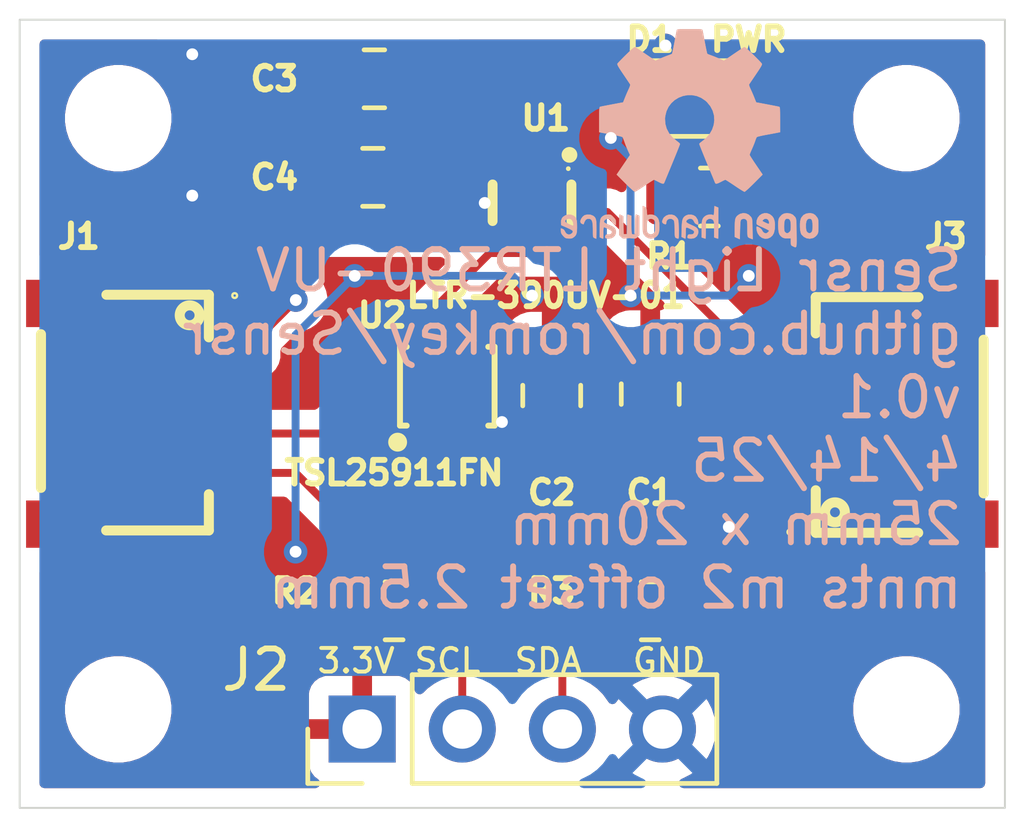
<source format=kicad_pcb>
(kicad_pcb (version 20241229) (generator "pcbnew") (generator_version "9.0")
  (layers (0 "F.Cu" signal) (2 "B.Cu" signal) (13 "F.Paste" user) (15 "B.Paste" user) (5 "F.SilkS" user "F.Silkscreen") (7 "B.SilkS" user "B.Silkscreen") (1 "F.Mask" user) (3 "B.Mask" user) (25 "Edge.Cuts" user))
  (net 0 "")
  (net 1 "GND")
  (net 3 "+3V3")
  (net 4 "/SDA")
  (net 5 "/SCL")
  (net 9 "Net-(D1-A)")
  (footprint "MountingHole:MountingHole_2.2mm_M2" (layer "F.Cu") (at 22.5 22.5)
    (property "Reference" "M2" (hide yes))
    (property "Value" "MountingHole_2.2mm_M2" (hide yes))
    (pad "" np_thru_hole circle (at 0 0) (size 2.2 2.2) (drill 2.2) (layers "*.Cu" "*.Mask"))
  )
  (footprint "MountingHole:MountingHole_2.2mm_M2" (layer "F.Cu") (at 42.5 22.5)
    (property "Reference" "M4" (hide yes))
    (property "Value" "MountingHole_2.2mm_M2" (hide yes))
    (pad "" np_thru_hole circle (at 0 0) (size 2.2 2.2) (drill 2.2) (layers "*.Cu" "*.Mask"))
  )
  (footprint "Capacitor_SMD:C_0805_2012Metric_Pad1.18x1.45mm_HandSolder" (layer "F.Cu") (at 28.9625 24 180)
    (property "Reference" "C4" (at 2.5 0 0) (layer "F.SilkS") (effects (font (size 0.6 0.6))))
    (property "Value" "10µF" (hide yes))
    (fp_line (start -0.261252 0.735) (end 0.261252 0.735) (stroke (width 0.12)) (layer "F.SilkS"))
    (fp_line (start -0.261252 -0.735) (end 0.261252 -0.735) (stroke (width 0.12)) (layer "F.SilkS"))
    (pad "1" smd roundrect (at -1.0375 0 180) (size 1.175 1.45) (layers "F.Cu" "F.Mask" "F.Paste") (roundrect_rratio 0.212766) (net 3 "+3V3"))
    (pad "2" smd roundrect (at 1.0375 0 180) (size 1.175 1.45) (layers "F.Cu" "F.Mask" "F.Paste") (roundrect_rratio 0.212766) (net 1 "GND"))
  )
  (footprint "Resistor_SMD:R_0805_2012Metric_Pad1.20x1.40mm_HandSolder" (layer "F.Cu") (at 36 35 180)
    (property "Reference" "R3" (at 2.5 0.5 0) (layer "F.SilkS") (effects (font (size 0.6 0.6))))
    (property "Value" "4.7K" (hide yes))
    (fp_line (start -0.227064 0.735) (end 0.227064 0.735) (stroke (width 0.12)) (layer "F.SilkS"))
    (fp_line (start -0.227064 -0.735) (end 0.227064 -0.735) (stroke (width 0.12)) (layer "F.SilkS"))
    (pad "1" smd roundrect (at -1 0 180) (size 1.2 1.4) (layers "F.Cu" "F.Mask" "F.Paste") (roundrect_rratio 0.208333) (net 3 "+3V3"))
    (pad "2" smd roundrect (at 1 0 180) (size 1.2 1.4) (layers "F.Cu" "F.Mask" "F.Paste") (roundrect_rratio 0.208333) (net 4 "/SDA"))
  )
  (footprint "Capacitor_SMD:C_0805_2012Metric_Pad1.18x1.45mm_HandSolder" (layer "F.Cu") (at 29 21.5 180)
    (property "Reference" "C3" (at 2.5375 0 0) (layer "F.SilkS") (effects (font (size 0.6 0.6))))
    (property "Value" "100nF" (hide yes))
    (fp_line (start -0.261252 0.735) (end 0.261252 0.735) (stroke (width 0.12)) (layer "F.SilkS"))
    (fp_line (start -0.261252 -0.735) (end 0.261252 -0.735) (stroke (width 0.12)) (layer "F.SilkS"))
    (pad "1" smd roundrect (at -1.0375 0 180) (size 1.175 1.45) (layers "F.Cu" "F.Mask" "F.Paste") (roundrect_rratio 0.212766) (net 3 "+3V3"))
    (pad "2" smd roundrect (at 1.0375 0 180) (size 1.175 1.45) (layers "F.Cu" "F.Mask" "F.Paste") (roundrect_rratio 0.212766) (net 1 "GND"))
  )
  (footprint "MountingHole:MountingHole_2.2mm_M2" (layer "F.Cu") (at 42.5 37.5)
    (property "Reference" "M3" (hide yes))
    (property "Value" "MountingHole_2.2mm_M2" (hide yes))
    (pad "" np_thru_hole circle (at 0 0) (size 2.2 2.2) (drill 2.2) (layers "*.Cu" "*.Mask"))
  )
  (footprint "Resistor_SMD:R_0805_2012Metric_Pad1.20x1.40mm_HandSolder" (layer "F.Cu") (at 29.5 35)
    (property "Reference" "R2" (at -2.5 -0.5 0) (layer "F.SilkS") (effects (font (size 0.6 0.6))))
    (property "Value" "4.7K" (hide yes))
    (fp_line (start -0.227064 -0.735) (end 0.227064 -0.735) (stroke (width 0.12)) (layer "F.SilkS"))
    (fp_line (start -0.227064 0.735) (end 0.227064 0.735) (stroke (width 0.12)) (layer "F.SilkS"))
    (pad "1" smd roundrect (at -1 0) (size 1.2 1.4) (layers "F.Cu" "F.Mask" "F.Paste") (roundrect_rratio 0.208333) (net 3 "+3V3"))
    (pad "2" smd roundrect (at 1 0) (size 1.2 1.4) (layers "F.Cu" "F.Mask" "F.Paste") (roundrect_rratio 0.208333) (net 5 "/SCL"))
  )
  (footprint "footprint:CONN-SMD_4P-P1.00_SM04B-SRSS-TB-LF-SN" (layer "F.Cu") (at 42 30 90)
    (property "Reference" "J3" (at 4.5 1.5 0) (layer "F.SilkS") (effects (font (size 0.6 0.6))))
    (property "Value" "SM04B-SRSS-TB_(LF)(SN)" (hide yes))
    (fp_line (start 2.96002 -1.799975) (end 2.96002 0.806807) (stroke (width 0.254001)) (layer "F.SilkS"))
    (fp_line (start 2.040005 -1.799975) (end 2.96002 -1.799975) (stroke (width 0.254001)) (layer "F.SilkS"))
    (fp_line (start -1.94003 -1.799975) (end -3.019964 -1.799975) (stroke (width 0.254001)) (layer "F.SilkS"))
    (fp_line (start -3.019964 -1.799975) (end -3.019964 0.799975) (stroke (width 0.254001)) (layer "F.SilkS"))
    (fp_line (start -2.019964 2.45997) (end 1.88001 2.45997) (stroke (width 0.254001)) (layer "F.SilkS"))
    (fp_circle (center -3 -2.455093) (end -2.970003 -2.455093) (stroke (width 0.059995)) (fill no) (layer "F.SilkS"))
    (fp_circle (center -2.499365 -1.312421) (end -2.374397 -1.312421) (stroke (width 0.254001)) (fill no) (layer "F.SilkS"))
    (pad "1" smd rect (at -1.499873 -1.938024 90) (size 0.6 1.550013) (layers "F.Cu" "F.Mask" "F.Paste") (net 1 "GND"))
    (pad "2" smd rect (at -0.499873 -1.938024 90) (size 0.6 1.550013) (layers "F.Cu" "F.Mask" "F.Paste") (net 3 "+3V3"))
    (pad "3" smd rect (at 0.500381 -1.937516 90) (size 0.6 1.550013) (layers "F.Cu" "F.Mask" "F.Paste") (net 4 "/SDA"))
    (pad "4" smd rect (at 1.500381 -1.937516 90) (size 0.6 1.550013) (layers "F.Cu" "F.Mask" "F.Paste") (net 5 "/SCL"))
    (pad "5" smd rect (at 2.800102 1.938024 90) (size 1.2 1.8) (layers "F.Cu" "F.Mask" "F.Paste"))
    (pad "6" smd rect (at -2.800102 1.937516 90) (size 1.2 1.8) (layers "F.Cu" "F.Mask" "F.Paste"))
  )
  (footprint "footprint:CONN-SMD_4P-P1.00_SM04B-SRSS-TB-LF-SN" (layer "F.Cu") (at 23 30 -90)
    (property "Reference" "J1" (at -4.5 1.5 0) (layer "F.SilkS") (effects (font (size 0.6 0.6))))
    (property "Value" "SM04B-SRSS-TB_(LF)(SN)" (hide yes))
    (fp_line (start -2.019964 2.45997) (end 1.88001 2.45997) (stroke (width 0.254001)) (layer "F.SilkS"))
    (fp_line (start -3.019964 -1.799975) (end -3.019964 0.799975) (stroke (width 0.254001)) (layer "F.SilkS"))
    (fp_line (start -1.94003 -1.799975) (end -3.019964 -1.799975) (stroke (width 0.254001)) (layer "F.SilkS"))
    (fp_line (start 2.040005 -1.799975) (end 2.96002 -1.799975) (stroke (width 0.254001)) (layer "F.SilkS"))
    (fp_line (start 2.96002 -1.799975) (end 2.96002 0.806807) (stroke (width 0.254001)) (layer "F.SilkS"))
    (fp_circle (center -2.499365 -1.312421) (end -2.374397 -1.312421) (stroke (width 0.254001)) (fill no) (layer "F.SilkS"))
    (fp_circle (center -3 -2.455093) (end -2.970003 -2.455093) (stroke (width 0.059995)) (fill no) (layer "F.SilkS"))
    (pad "1" smd rect (at -1.499873 -1.938024 270) (size 0.6 1.550013) (layers "F.Cu" "F.Mask" "F.Paste") (net 1 "GND"))
    (pad "2" smd rect (at -0.499873 -1.938024 270) (size 0.6 1.550013) (layers "F.Cu" "F.Mask" "F.Paste") (net 3 "+3V3"))
    (pad "3" smd rect (at 0.500381 -1.937516 270) (size 0.6 1.550013) (layers "F.Cu" "F.Mask" "F.Paste") (net 4 "/SDA"))
    (pad "4" smd rect (at 1.500381 -1.937516 270) (size 0.6 1.550013) (layers "F.Cu" "F.Mask" "F.Paste") (net 5 "/SCL"))
    (pad "5" smd rect (at 2.800102 1.938024 270) (size 1.2 1.8) (layers "F.Cu" "F.Mask" "F.Paste"))
    (pad "6" smd rect (at -2.800102 1.937516 270) (size 1.2 1.8) (layers "F.Cu" "F.Mask" "F.Paste"))
  )
  (footprint "Resistor_SMD:R_0805_2012Metric_Pad1.20x1.40mm_HandSolder" (layer "F.Cu") (at 37.5 24.5)
    (property "Reference" "R1" (at -1 1.5 0) (layer "F.SilkS") (effects (font (size 0.6 0.6))))
    (property "Value" "10K" (hide yes))
    (fp_line (start -0.227064 -0.735) (end 0.227064 -0.735) (stroke (width 0.12)) (layer "F.SilkS"))
    (fp_line (start -0.227064 0.735) (end 0.227064 0.735) (stroke (width 0.12)) (layer "F.SilkS"))
    (pad "1" smd roundrect (at -1 0) (size 1.2 1.4) (layers "F.Cu" "F.Mask" "F.Paste") (roundrect_rratio 0.208333) (net 3 "+3V3"))
    (pad "2" smd roundrect (at 1 0) (size 1.2 1.4) (layers "F.Cu" "F.Mask" "F.Paste") (roundrect_rratio 0.208333) (net 9 "Net-(D1-A)"))
  )
  (footprint "Capacitor_SMD:C_0805_2012Metric_Pad1.18x1.45mm_HandSolder" (layer "F.Cu") (at 33.5 29.5375 -90)
    (property "Reference" "C2" (at 2.4625 0 0) (layer "F.SilkS") (effects (font (size 0.6 0.6))))
    (property "Value" "10µF" (hide yes))
    (fp_line (start -0.261252 0.735) (end 0.261252 0.735) (stroke (width 0.12)) (layer "F.SilkS"))
    (fp_line (start -0.261252 -0.735) (end 0.261252 -0.735) (stroke (width 0.12)) (layer "F.SilkS"))
    (pad "1" smd roundrect (at -1.0375 0 270) (size 1.175 1.45) (layers "F.Cu" "F.Mask" "F.Paste") (roundrect_rratio 0.212766) (net 3 "+3V3"))
    (pad "2" smd roundrect (at 1.0375 0 270) (size 1.175 1.45) (layers "F.Cu" "F.Mask" "F.Paste") (roundrect_rratio 0.212766) (net 1 "GND"))
  )
  (footprint "EasyEDA:DFN-6_L2.4-W2.0-P0.65-BL" (layer "F.Cu") (at 30.85 29.3)
    (property "Reference" "U2" (at -1.65 -1.8 0) (layer "F.SilkS") (effects (font (size 0.6 0.6))))
    (property "Value" "TSL25911FN" (at -1.35 2.2 0) (layer "F.SilkS") (effects (font (size 0.6 0.6))))
    (fp_line (start -1.2 -1) (end -1.03 -1) (stroke (width 0.15)) (layer "F.SilkS"))
    (fp_line (start -1.2 1) (end -1.2 -1) (stroke (width 0.15)) (layer "F.SilkS"))
    (fp_line (start -1.03 1) (end -1.2 1) (stroke (width 0.15)) (layer "F.SilkS"))
    (fp_line (start 1.04 -1) (end 1.2 -1) (stroke (width 0.15)) (layer "F.SilkS"))
    (fp_line (start 1.2 -1) (end 1.2 1) (stroke (width 0.15)) (layer "F.SilkS"))
    (fp_line (start 1.2 1) (end 1.04 1) (stroke (width 0.15)) (layer "F.SilkS"))
    (fp_circle (center -1.26 1.42) (end -1.14 1.42) (stroke (width 0.24)) (fill no) (layer "F.SilkS"))
    (pad "1" smd rect (at -0.65 0.8) (size 0.4 1.1) (layers "F.Cu" "F.Mask" "F.Paste") (net 5 "/SCL"))
    (pad "2" smd rect (at 0 0.8) (size 0.4 1.1) (layers "F.Cu" "F.Mask" "F.Paste"))
    (pad "3" smd rect (at 0.65 0.8) (size 0.4 1.1) (layers "F.Cu" "F.Mask" "F.Paste") (net 1 "GND"))
    (pad "4" smd rect (at 0.65 -0.8) (size 0.4 1.1) (layers "F.Cu" "F.Mask" "F.Paste"))
    (pad "5" smd rect (at 0 -0.8) (size 0.4 1.1) (layers "F.Cu" "F.Mask" "F.Paste") (net 3 "+3V3"))
    (pad "6" smd rect (at -0.65 -0.8) (size 0.4 1.1) (layers "F.Cu" "F.Mask" "F.Paste") (net 4 "/SDA"))
  )
  (footprint "Capacitor_SMD:C_0805_2012Metric_Pad1.18x1.45mm_HandSolder" (layer "F.Cu") (at 36 29.5 -90)
    (property "Reference" "C1" (at 2.5 0 0) (layer "F.SilkS") (effects (font (size 0.6 0.6))))
    (property "Value" "100nF" (hide yes))
    (fp_line (start -0.261252 0.735) (end 0.261252 0.735) (stroke (width 0.12)) (layer "F.SilkS"))
    (fp_line (start -0.261252 -0.735) (end 0.261252 -0.735) (stroke (width 0.12)) (layer "F.SilkS"))
    (pad "1" smd roundrect (at -1.0375 0 270) (size 1.175 1.45) (layers "F.Cu" "F.Mask" "F.Paste") (roundrect_rratio 0.212766) (net 3 "+3V3"))
    (pad "2" smd roundrect (at 1.0375 0 270) (size 1.175 1.45) (layers "F.Cu" "F.Mask" "F.Paste") (roundrect_rratio 0.212766) (net 1 "GND"))
  )
  (footprint "LED_SMD:LED_0805_2012Metric" (layer "F.Cu") (at 37.5 22)
    (property "Reference" "D1" (at -1.5 -1.5 0) (layer "F.SilkS") (effects (font (size 0.6 0.6))))
    (property "Value" "PWR" (at 1 -1.5 0) (layer "F.SilkS") (effects (font (size 0.6 0.6))))
    (fp_line (start -1.685 -0.96) (end -1.685 0.96) (stroke (width 0.12)) (layer "F.SilkS"))
    (fp_line (start -1.685 0.96) (end 1 0.96) (stroke (width 0.12)) (layer "F.SilkS"))
    (fp_line (start 1 -0.96) (end -1.685 -0.96) (stroke (width 0.12)) (layer "F.SilkS"))
    (pad "1" smd roundrect (at -0.9375 0) (size 0.975 1.4) (layers "F.Cu" "F.Mask" "F.Paste") (net 1 "GND"))
    (pad "2" smd roundrect (at 0.9375 0) (size 0.975 1.4) (layers "F.Cu" "F.Mask" "F.Paste") (net 9 "Net-(D1-A)"))
  )
  (footprint "MountingHole:MountingHole_2.2mm_M2" (layer "F.Cu") (at 22.5 37.5)
    (property "Reference" "M1" (hide yes))
    (property "Value" "MountingHole_2.2mm_M2" (hide yes))
    (pad "" np_thru_hole circle (at 0 0) (size 2.2 2.2) (drill 2.2) (layers "*.Cu" "*.Mask"))
  )
  (footprint "Connector_PinHeader_2.54mm:PinHeader_1x04_P2.54mm_Vertical" (layer "F.Cu") (at 28.69 38 90)
    (property "Reference" "J2" (at 1.5 -2.69 0) (layer "F.SilkS"))
    (property "Value" "Conn_01x04_Pin" (hide yes))
    (fp_line (start -1.38 -1.38) (end 0 -1.38) (stroke (width 0.12)) (layer "F.SilkS"))
    (fp_line (start -1.38 0) (end -1.38 -1.38) (stroke (width 0.12)) (layer "F.SilkS"))
    (fp_line (start 1.38 1.27) (end 1.38 9) (stroke (width 0.12)) (layer "F.SilkS"))
    (fp_line (start -1.38 1.27) (end 1.38 1.27) (stroke (width 0.12)) (layer "F.SilkS"))
    (fp_line (start -1.38 1.27) (end -1.38 9) (stroke (width 0.12)) (layer "F.SilkS"))
    (fp_line (start -1.38 9) (end 1.38 9) (stroke (width 0.12)) (layer "F.SilkS"))
    (pad "1" thru_hole rect (at 0 0 90) (size 1.7 1.7) (drill 1) (layers "*.Cu" "*.Mask") (net 3 "+3V3"))
    (pad "2" thru_hole circle (at 0 2.54 90) (size 1.7 1.7) (drill 1) (layers "*.Cu" "*.Mask") (net 5 "/SCL"))
    (pad "3" thru_hole circle (at 0 5.08 90) (size 1.7 1.7) (drill 1) (layers "*.Cu" "*.Mask") (net 4 "/SDA"))
    (pad "4" thru_hole circle (at 0 7.62 90) (size 1.7 1.7) (drill 1) (layers "*.Cu" "*.Mask") (net 1 "GND"))
  )
  (footprint "EasyEDA:SENSOR-SMD_LTR-390UV-01" (layer "F.Cu") (at 33 24.65 180)
    (property "Reference" "U1" (at -0.35 2.15 0) (layer "F.SilkS") (effects (font (size 0.6 0.6))))
    (property "Value" "LTR-390UV-01" (at -0.35 -2.35 0) (layer "F.SilkS") (effects (font (size 0.6 0.6))))
    (fp_line (start 1 -0.46) (end 1 0.47) (stroke (width 0.25)) (layer "F.SilkS"))
    (fp_line (start -1 0.47) (end -1 -0.46) (stroke (width 0.25)) (layer "F.SilkS"))
    (fp_circle (center -0.92 0.87) (end -0.89 0.87) (stroke (width 0.06)) (fill no) (layer "F.SilkS"))
    (fp_circle (center -0.95 1.22) (end -0.85 1.22) (stroke (width 0.2)) (fill no) (layer "F.SilkS"))
    (pad "1" smd rect (at -0.65 0.77 180) (size 0.3 0.4) (layers "F.Cu" "F.Mask" "F.Paste") (net 3 "+3V3"))
    (pad "2" smd rect (at 0 0.77 180) (size 0.3 0.4) (layers "F.Cu" "F.Mask" "F.Paste"))
    (pad "3" smd rect (at 0.65 0.77 180) (size 0.3 0.4) (layers "F.Cu" "F.Mask" "F.Paste") (net 1 "GND"))
    (pad "4" smd rect (at 0.65 -0.77 180) (size 0.3 0.4) (layers "F.Cu" "F.Mask" "F.Paste") (net 5 "/SCL"))
    (pad "5" smd rect (at 0 -0.77 180) (size 0.3 0.4) (layers "F.Cu" "F.Mask" "F.Paste"))
    (pad "6" smd rect (at -0.65 -0.77 180) (size 0.3 0.4) (layers "F.Cu" "F.Mask" "F.Paste") (net 4 "/SDA"))
  )
  (footprint "1myFootprints:OSHW-Logo2_7.3x6mm_SilkScreen" (layer "B.Cu") (at 37 23 180)
    (property "Reference" "REF**" (hide yes))
    (property "Value" "OSHW-Logo2_7.3x6mm_SilkScreen" (hide yes))
    (fp_poly (pts (xy 2.6526 -1.958752) (xy 2.669948 -1.966334) (xy 2.711356 -1.999128) (xy 2.746765 -2.046547) (xy 2.768664 -2.097151) (xy 2.772229 -2.122098) (xy 2.760279 -2.156927) (xy 2.734067 -2.175357) (xy 2.705964 -2.186516) (xy 2.693095 -2.188572) (xy 2.686829 -2.173649) (xy 2.674456 -2.141175) (xy 2.669028 -2.126502) (xy 2.63859 -2.075744) (xy 2.59452 -2.050427) (xy 2.53801 -2.051206) (xy 2.533825 -2.052203) (xy 2.503655 -2.066507) (xy 2.481476 -2.094393) (xy 2.466327 -2.139287) (xy 2.45725 -2.204615) (xy 2.453286 -2.293804) (xy 2.452914 -2.341261) (xy 2.45273 -2.416071) (xy 2.451522 -2.467069) (xy 2.448309 -2.499471) (xy 2.442109 -2.518495) (xy 2.43194 -2.529356) (xy 2.416819 -2.537272) (xy 2.415946 -2.53767) (xy 2.386828 -2.549981) (xy 2.372403 -2.554514) (xy 2.370186 -2.540809) (xy 2.368289 -2.502925) (xy 2.366847 -2.445715) (xy 2.365998 -2.374027) (xy 2.365829 -2.321565) (xy 2.366692 -2.220047) (xy 2.37007 -2.143032) (xy 2.377142 -2.086023) (xy 2.389088 -2.044526) (xy 2.40709 -2.014043) (xy 2.432327 -1.99008) (xy 2.457247 -1.973355) (xy 2.517171 -1.951097) (xy 2.586911 -1.946076) (xy 2.6526 -1.958752)) (stroke (width 0.01)) (fill yes) (layer "B.SilkS"))
    (fp_poly (pts (xy -1.283907 -1.92778) (xy -1.237328 -1.954723) (xy -1.204943 -1.981466) (xy -1.181258 -2.009484) (xy -1.164941 -2.043748) (xy -1.154661 -2.089227) (xy -1.149086 -2.150892) (xy -1.146884 -2.233711) (xy -1.146629 -2.293246) (xy -1.146629 -2.512391) (xy -1.208314 -2.540044) (xy -1.27 -2.567697) (xy -1.277257 -2.32767) (xy -1.280256 -2.238028) (xy -1.283402 -2.172962) (xy -1.287299 -2.128026) (xy -1.292553 -2.09877) (xy -1.299769 -2.080748) (xy -1.30955 -2.069511) (xy -1.312688 -2.067079) (xy -1.360239 -2.048083) (xy -1.408303 -2.0556) (xy -1.436914 -2.075543) (xy -1.448553 -2.089675) (xy -1.456609 -2.10822) (xy -1.461729 -2.136334) (xy -1.464559 -2.179173) (xy -1.465744 -2.241895) (xy -1.465943 -2.307261) (xy -1.465982 -2.389268) (xy -1.467386 -2.447316) (xy -1.472086 -2.486465) (xy -1.482013 -2.51178) (xy -1.499097 -2.528323) (xy -1.525268 -2.541156) (xy -1.560225 -2.554491) (xy -1.598404 -2.569007) (xy -1.593859 -2.311389) (xy -1.592029 -2.218519) (xy -1.589888 -2.149889) (xy -1.586819 -2.100711) (xy -1.582206 -2.066198) (xy -1.575432 -2.041562) (xy -1.565881 -2.022016) (xy -1.554366 -2.00477) (xy -1.49881 -1.94968) (xy -1.43102 -1.917822) (xy -1.357287 -1.910191) (xy -1.283907 -1.92778)) (stroke (width 0.01)) (fill yes) (layer "B.SilkS"))
    (fp_poly (pts (xy 0.529926 -1.949755) (xy 0.595858 -1.974084) (xy 0.649273 -2.017117) (xy 0.670164 -2.047409) (xy 0.692939 -2.102994) (xy 0.692466 -2.143186) (xy 0.668562 -2.170217) (xy 0.659717 -2.174813) (xy 0.62153 -2.189144) (xy 0.602028 -2.185472) (xy 0.595422 -2.161407) (xy 0.595086 -2.148114) (xy 0.582992 -2.09921) (xy 0.551471 -2.064999) (xy 0.507659 -2.048476) (xy 0.458695 -2.052634) (xy 0.418894 -2.074227) (xy 0.40545 -2.086544) (xy 0.395921 -2.101487) (xy 0.389485 -2.124075) (xy 0.385317 -2.159328) (xy 0.382597 -2.212266) (xy 0.380502 -2.287907) (xy 0.37996 -2.311857) (xy 0.377981 -2.39379) (xy 0.375731 -2.451455) (xy 0.372357 -2.489608) (xy 0.367006 -2.513004) (xy 0.358824 -2.526398) (xy 0.346959 -2.534545) (xy 0.339362 -2.538144) (xy 0.307102 -2.550452) (xy 0.288111 -2.554514) (xy 0.281836 -2.540948) (xy 0.278006 -2.499934) (xy 0.2766 -2.430999) (xy 0.277598 -2.333669) (xy 0.277908 -2.318657) (xy 0.280101 -2.229859) (xy 0.282693 -2.165019) (xy 0.286382 -2.119067) (xy 0.291864 -2.086935) (xy 0.299835 -2.063553) (xy 0.310993 -2.043852) (xy 0.31683 -2.03541) (xy 0.350296 -1.998057) (xy 0.387727 -1.969003) (xy 0.392309 -1.966467) (xy 0.459426 -1.946443) (xy 0.529926 -1.949755)) (stroke (width 0.01)) (fill yes) (layer "B.SilkS"))
    (fp_poly (pts (xy 1.779833 -1.958663) (xy 1.782048 -1.99685) (xy 1.783784 -2.054886) (xy 1.784899 -2.12818) (xy 1.785257 -2.205055) (xy 1.785257 -2.465196) (xy 1.739326 -2.511127) (xy 1.707675 -2.539429) (xy 1.67989 -2.550893) (xy 1.641915 -2.550168) (xy 1.62684 -2.548321) (xy 1.579726 -2.542948) (xy 1.540756 -2.539869) (xy 1.531257 -2.539585) (xy 1.499233 -2.541445) (xy 1.453432 -2.546114) (xy 1.435674 -2.548321) (xy 1.392057 -2.551735) (xy 1.362745 -2.54432) (xy 1.33368 -2.521427) (xy 1.323188 -2.511127) (xy 1.277257 -2.465196) (xy 1.277257 -1.978602) (xy 1.314226 -1.961758) (xy 1.346059 -1.949282) (xy 1.364683 -1.944914) (xy 1.369458 -1.958718) (xy 1.373921 -1.997286) (xy 1.377775 -2.056356) (xy 1.380722 -2.131663) (xy 1.382143 -2.195286) (xy 1.386114 -2.445657) (xy 1.420759 -2.450556) (xy 1.452268 -2.447131) (xy 1.467708 -2.436041) (xy 1.472023 -2.415308) (xy 1.475708 -2.371145) (xy 1.478469 -2.309146) (xy 1.480012 -2.234909) (xy 1.480235 -2.196706) (xy 1.480457 -1.976783) (xy 1.526166 -1.960849) (xy 1.558518 -1.950015) (xy 1.576115 -1.944962) (xy 1.576623 -1.944914) (xy 1.578388 -1.958648) (xy 1.580329 -1.99673) (xy 1.582282 -2.054482) (xy 1.584084 -2.127227) (xy 1.585343 -2.195286) (xy 1.589314 -2.445657) (xy 1.6764 -2.445657) (xy 1.680396 -2.21724) (xy 1.684392 -1.988822) (xy 1.726847 -1.966868) (xy 1.758192 -1.951793) (xy 1.776744 -1.944951) (xy 1.777279 -1.944914) (xy 1.779833 -1.958663)) (stroke (width 0.01)) (fill yes) (layer "B.SilkS"))
    (fp_poly (pts (xy -0.624114 -1.851289) (xy -0.619861 -1.910613) (xy -0.614975 -1.945572) (xy -0.608205 -1.96082) (xy -0.598298 -1.961015) (xy -0.595086 -1.959195) (xy -0.552356 -1.946015) (xy -0.496773 -1.946785) (xy -0.440263 -1.960333) (xy -0.404918 -1.977861) (xy -0.368679 -2.005861) (xy -0.342187 -2.037549) (xy -0.324001 -2.077813) (xy -0.312678 -2.131543) (xy -0.306778 -2.203626) (xy -0.304857 -2.298951) (xy -0.304823 -2.317237) (xy -0.3048 -2.522646) (xy -0.350509 -2.53858) (xy -0.382973 -2.54942) (xy -0.400785 -2.554468) (xy -0.401309 -2.554514) (xy -0.403063 -2.540828) (xy -0.404556 -2.503076) (xy -0.405674 -2.446224) (xy -0.406303 -2.375234) (xy -0.4064 -2.332073) (xy -0.406602 -2.246973) (xy -0.407642 -2.185981) (xy -0.410169 -2.144177) (xy -0.414836 -2.116642) (xy -0.422293 -2.098456) (xy -0.433189 -2.084698) (xy -0.439993 -2.078073) (xy -0.486728 -2.051375) (xy -0.537728 -2.049375) (xy -0.583999 -2.071955) (xy -0.592556 -2.080107) (xy -0.605107 -2.095436) (xy -0.613812 -2.113618) (xy -0.619369 -2.139909) (xy -0.622474 -2.179562) (xy -0.623824 -2.237832) (xy -0.624114 -2.318173) (xy -0.624114 -2.522646) (xy -0.669823 -2.53858) (xy -0.702287 -2.54942) (xy -0.720099 -2.554468) (xy -0.720623 -2.554514) (xy -0.721963 -2.540623) (xy -0.723172 -2.501439) (xy -0.724199 -2.4407) (xy -0.724998 -2.362141) (xy -0.725519 -2.269498) (xy -0.725714 -2.166509) (xy -0.725714 -1.769342) (xy -0.678543 -1.749444) (xy -0.631371 -1.729547) (xy -0.624114 -1.851289)) (stroke (width 0.01)) (fill yes) (layer "B.SilkS"))
    (fp_poly (pts (xy -2.958885 -1.921962) (xy -2.890855 -1.957733) (xy -2.840649 -2.015301) (xy -2.822815 -2.052312) (xy -2.808937 -2.107882) (xy -2.801833 -2.178096) (xy -2.80116 -2.254727) (xy -2.806573 -2.329552) (xy -2.81773 -2.394342) (xy -2.834286 -2.440873) (xy -2.839374 -2.448887) (xy -2.899645 -2.508707) (xy -2.971231 -2.544535) (xy -3.048908 -2.55502) (xy -3.127452 -2.53881) (xy -3.149311 -2.529092) (xy -3.191878 -2.499143) (xy -3.229237 -2.459433) (xy -3.232768 -2.454397) (xy -3.247119 -2.430124) (xy -3.256606 -2.404178) (xy -3.26221 -2.370022) (xy -3.264914 -2.321119) (xy -3.265701 -2.250935) (xy -3.265714 -2.2352) (xy -3.265678 -2.230192) (xy -3.120571 -2.230192) (xy -3.119727 -2.29643) (xy -3.116404 -2.340386) (xy -3.109417 -2.368779) (xy -3.097584 -2.388325) (xy -3.091543 -2.394857) (xy -3.056814 -2.41968) (xy -3.023097 -2.418548) (xy -2.989005 -2.397016) (xy -2.968671 -2.374029) (xy -2.956629 -2.340478) (xy -2.949866 -2.287569) (xy -2.949402 -2.281399) (xy -2.948248 -2.185513) (xy -2.960312 -2.114299) (xy -2.98543 -2.068194) (xy -3.02344 -2.047635) (xy -3.037008 -2.046514) (xy -3.072636 -2.052152) (xy -3.097006 -2.071686) (xy -3.111907 -2.109042) (xy -3.119125 -2.16815) (xy -3.120571 -2.230192) (xy -3.265678 -2.230192) (xy -3.265174 -2.160413) (xy -3.262904 -2.108159) (xy -3.257932 -2.071949) (xy -3.249287 -2.045299) (xy -3.235995 -2.021722) (xy -3.233057 -2.017338) (xy -3.183687 -1.958249) (xy -3.129891 -1.923947) (xy -3.064398 -1.910331) (xy -3.042158 -1.909665) (xy -2.958885 -1.921962)) (stroke (width 0.01)) (fill yes) (layer "B.SilkS"))
    (fp_poly (pts (xy 3.153595 -1.966966) (xy 3.211021 -2.004497) (xy 3.238719 -2.038096) (xy 3.260662 -2.099064) (xy 3.262405 -2.147308) (xy 3.258457 -2.211816) (xy 3.109686 -2.276934) (xy 3.037349 -2.310202) (xy 2.990084 -2.336964) (xy 2.965507 -2.360144) (xy 2.961237 -2.382667) (xy 2.974889 -2.407455) (xy 2.989943 -2.423886) (xy 3.033746 -2.450235) (xy 3.081389 -2.452081) (xy 3.125145 -2.431546) (xy 3.157289 -2.390752) (xy 3.163038 -2.376347) (xy 3.190576 -2.331356) (xy 3.222258 -2.312182) (xy 3.265714 -2.295779) (xy 3.265714 -2.357966) (xy 3.261872 -2.400283) (xy 3.246823 -2.435969) (xy 3.21528 -2.476943) (xy 3.210592 -2.482267) (xy 3.175506 -2.51872) (xy 3.145347 -2.538283) (xy 3.107615 -2.547283) (xy 3.076335 -2.55023) (xy 3.020385 -2.550965) (xy 2.980555 -2.54166) (xy 2.955708 -2.527846) (xy 2.916656 -2.497467) (xy 2.889625 -2.464613) (xy 2.872517 -2.423294) (xy 2.863238 -2.367521) (xy 2.859693 -2.291305) (xy 2.85941 -2.252622) (xy 2.860372 -2.206247) (xy 2.948007 -2.206247) (xy 2.949023 -2.231126) (xy 2.951556 -2.2352) (xy 2.968274 -2.229665) (xy 3.004249 -2.215017) (xy 3.052331 -2.19419) (xy 3.062386 -2.189714) (xy 3.123152 -2.158814) (xy 3.156632 -2.131657) (xy 3.16399 -2.10622) (xy 3.146391 -2.080481) (xy 3.131856 -2.069109) (xy 3.07941 -2.046364) (xy 3.030322 -2.050122) (xy 2.989227 -2.077884) (xy 2.960758 -2.127152) (xy 2.951631 -2.166257) (xy 2.948007 -2.206247) (xy 2.860372 -2.206247) (xy 2.861285 -2.162249) (xy 2.868196 -2.095384) (xy 2.881884 -2.046695) (xy 2.904096 -2.010849) (xy 2.936574 -1.982513) (xy 2.950733 -1.973355) (xy 3.015053 -1.949507) (xy 3.085473 -1.948006) (xy 3.153595 -1.966966)) (stroke (width 0.01)) (fill yes) (layer "B.SilkS"))
    (fp_poly (pts (xy 1.190117 -2.065358) (xy 1.189933 -2.173837) (xy 1.189219 -2.257287) (xy 1.187675 -2.319704) (xy 1.185001 -2.365085) (xy 1.180894 -2.397429) (xy 1.175055 -2.420733) (xy 1.167182 -2.438995) (xy 1.161221 -2.449418) (xy 1.111855 -2.505945) (xy 1.049264 -2.541377) (xy 0.980013 -2.55409) (xy 0.910668 -2.542463) (xy 0.869375 -2.521568) (xy 0.826025 -2.485422) (xy 0.796481 -2.441276) (xy 0.778655 -2.383462) (xy 0.770463 -2.306313) (xy 0.769302 -2.249714) (xy 0.769458 -2.245647) (xy 0.870857 -2.245647) (xy 0.871476 -2.31055) (xy 0.874314 -2.353514) (xy 0.88084 -2.381622) (xy 0.892523 -2.401953) (xy 0.906483 -2.417288) (xy 0.953365 -2.44689) (xy 1.003701 -2.449419) (xy 1.051276 -2.424705) (xy 1.054979 -2.421356) (xy 1.070783 -2.403935) (xy 1.080693 -2.383209) (xy 1.086058 -2.352362) (xy 1.088228 -2.304577) (xy 1.088571 -2.251748) (xy 1.087827 -2.185381) (xy 1.084748 -2.141106) (xy 1.078061 -2.112009) (xy 1.066496 -2.091173) (xy 1.057013 -2.080107) (xy 1.01296 -2.052198) (xy 0.962224 -2.048843) (xy 0.913796 -2.070159) (xy 0.90445 -2.078073) (xy 0.88854 -2.095647) (xy 0.87861 -2.116587) (xy 0.873278 -2.147782) (xy 0.871163 -2.196122) (xy 0.870857 -2.245647) (xy 0.769458 -2.245647) (xy 0.77281 -2.158568) (xy 0.784726 -2.090086) (xy 0.807135 -2.0386) (xy 0.842124 -1.998443) (xy 0.869375 -1.977861) (xy 0.918907 -1.955625) (xy 0.976316 -1.945304) (xy 1.029682 -1.948067) (xy 1.059543 -1.959212) (xy 1.071261 -1.962383) (xy 1.079037 -1.950557) (xy 1.084465 -1.918866) (xy 1.088571 -1.870593) (xy 1.093067 -1.816829) (xy 1.099313 -1.784482) (xy 1.110676 -1.765985) (xy 1.130528 -1.75377) (xy 1.143 -1.748362) (xy 1.190171 -1.728601) (xy 1.190117 -2.065358)) (stroke (width 0.01)) (fill yes) (layer "B.SilkS"))
    (fp_poly (pts (xy -1.831697 -1.931239) (xy -1.774473 -1.969735) (xy -1.730251 -2.025335) (xy -1.703833 -2.096086) (xy -1.69849 -2.148162) (xy -1.699097 -2.169893) (xy -1.704178 -2.186531) (xy -1.718145 -2.201437) (xy -1.745411 -2.217973) (xy -1.790388 -2.239498) (xy -1.857489 -2.269374) (xy -1.857829 -2.269524) (xy -1.919593 -2.297813) (xy -1.970241 -2.322933) (xy -2.004596 -2.342179) (xy -2.017482 -2.352848) (xy -2.017486 -2.352934) (xy -2.006128 -2.376166) (xy -1.979569 -2.401774) (xy -1.949077 -2.420221) (xy -1.93363 -2.423886) (xy -1.891485 -2.411212) (xy -1.855192 -2.379471) (xy -1.837483 -2.344572) (xy -1.820448 -2.318845) (xy -1.787078 -2.289546) (xy -1.747851 -2.264235) (xy -1.713244 -2.250471) (xy -1.706007 -2.249714) (xy -1.697861 -2.26216) (xy -1.69737 -2.293972) (xy -1.703357 -2.336866) (xy -1.714643 -2.382558) (xy -1.73005 -2.422761) (xy -1.730829 -2.424322) (xy -1.777196 -2.489062) (xy -1.837289 -2.533097) (xy -1.905535 -2.554711) (xy -1.976362 -2.552185) (xy -2.044196 -2.523804) (xy -2.047212 -2.521808) (xy -2.100573 -2.473448) (xy -2.13566 -2.410352) (xy -2.155078 -2.327387) (xy -2.157684 -2.304078) (xy -2.162299 -2.194055) (xy -2.156767 -2.142748) (xy -2.017486 -2.142748) (xy -2.015676 -2.174753) (xy -2.005778 -2.184093) (xy -1.981102 -2.177105) (xy -1.942205 -2.160587) (xy -1.898725 -2.139881) (xy -1.897644 -2.139333) (xy -1.860791 -2.119949) (xy -1.846 -2.107013) (xy -1.849647 -2.093451) (xy -1.865005 -2.075632) (xy -1.904077 -2.049845) (xy -1.946154 -2.04795) (xy -1.983897 -2.066717) (xy -2.009966 -2.102915) (xy -2.017486 -2.142748) (xy -2.156767 -2.142748) (xy -2.152806 -2.106027) (xy -2.12845 -2.036212) (xy -2.094544 -1.987302) (xy -2.033347 -1.937878) (xy -1.965937 -1.913359) (xy -1.89712 -1.911797) (xy -1.831697 -1.931239)) (stroke (width 0.01)) (fill yes) (layer "B.SilkS"))
    (fp_poly (pts (xy 0.039744 -1.950968) (xy 0.096616 -1.972087) (xy 0.097267 -1.972493) (xy 0.13244 -1.99838) (xy 0.158407 -2.028633) (xy 0.17667 -2.068058) (xy 0.188732 -2.121462) (xy 0.196096 -2.193651) (xy 0.200264 -2.289432) (xy 0.200629 -2.303078) (xy 0.205876 -2.508842) (xy 0.161716 -2.531678) (xy 0.129763 -2.54711) (xy 0.11047 -2.554423) (xy 0.109578 -2.554514) (xy 0.106239 -2.541022) (xy 0.103587 -2.504626) (xy 0.101956 -2.451452) (xy 0.1016 -2.408393) (xy 0.101592 -2.338641) (xy 0.098403 -2.294837) (xy 0.087288 -2.273944) (xy 0.063501 -2.272925) (xy 0.022296 -2.288741) (xy -0.039914 -2.317815) (xy -0.085659 -2.341963) (xy -0.109187 -2.362913) (xy -0.116104 -2.385747) (xy -0.116114 -2.386877) (xy -0.104701 -2.426212) (xy -0.070908 -2.447462) (xy -0.019191 -2.450539) (xy 0.018061 -2.450006) (xy 0.037703 -2.460735) (xy 0.049952 -2.486505) (xy 0.057002 -2.519337) (xy 0.046842 -2.537966) (xy 0.043017 -2.540632) (xy 0.007001 -2.55134) (xy -0.043434 -2.552856) (xy -0.095374 -2.545759) (xy -0.132178 -2.532788) (xy -0.183062 -2.489585) (xy -0.211986 -2.429446) (xy -0.217714 -2.382462) (xy -0.213343 -2.340082) (xy -0.197525 -2.305488) (xy -0.166203 -2.274763) (xy -0.115322 -2.24399) (xy -0.040824 -2.209252) (xy -0.036286 -2.207288) (xy 0.030821 -2.176287) (xy 0.072232 -2.150862) (xy 0.089981 -2.128014) (xy 0.086107 -2.104745) (xy 0.062643 -2.078056) (xy 0.055627 -2.071914) (xy 0.00863 -2.0481) (xy -0.040067 -2.049103) (xy -0.082478 -2.072451) (xy -0.110616 -2.115675) (xy -0.113231 -2.12416) (xy -0.138692 -2.165308) (xy -0.170999 -2.185128) (xy -0.217714 -2.20477) (xy -0.217714 -2.15395) (xy -0.203504 -2.080082) (xy -0.161325 -2.012327) (xy -0.139376 -1.989661) (xy -0.089483 -1.960569) (xy -0.026033 -1.9474) (xy 0.039744 -1.950968)) (stroke (width 0.01)) (fill yes) (layer "B.SilkS"))
    (fp_poly (pts (xy 2.144876 -1.956335) (xy 2.186667 -1.975344) (xy 2.219469 -1.998378) (xy 2.243503 -2.024133) (xy 2.260097 -2.057358) (xy 2.270577 -2.1028) (xy 2.276271 -2.165207) (xy 2.278507 -2.249327) (xy 2.278743 -2.304721) (xy 2.278743 -2.520826) (xy 2.241774 -2.53767) (xy 2.212656 -2.549981) (xy 2.198231 -2.554514) (xy 2.195472 -2.541025) (xy 2.193282 -2.504653) (xy 2.191942 -2.451542) (xy 2.191657 -2.409372) (xy 2.190434 -2.348447) (xy 2.187136 -2.300115) (xy 2.182321 -2.270518) (xy 2.178496 -2.264229) (xy 2.152783 -2.270652) (xy 2.112418 -2.287125) (xy 2.065679 -2.309458) (xy 2.020845 -2.333457) (xy 1.986193 -2.35493) (xy 1.970002 -2.369685) (xy 1.969938 -2.369845) (xy 1.97133 -2.397152) (xy 1.983818 -2.423219) (xy 2.005743 -2.444392) (xy 2.037743 -2.451474) (xy 2.065092 -2.450649) (xy 2.103826 -2.450042) (xy 2.124158 -2.459116) (xy 2.136369 -2.483092) (xy 2.137909 -2.487613) (xy 2.143203 -2.521806) (xy 2.129047 -2.542568) (xy 2.092148 -2.552462) (xy 2.052289 -2.554292) (xy 1.980562 -2.540727) (xy 1.943432 -2.521355) (xy 1.897576 -2.475845) (xy 1.873256 -2.419983) (xy 1.871073 -2.360957) (xy 1.891629 -2.305953) (xy 1.922549 -2.271486) (xy 1.95342 -2.252189) (xy 2.001942 -2.227759) (xy 2.058485 -2.202985) (xy 2.06791 -2.199199) (xy 2.130019 -2.171791) (xy 2.165822 -2.147634) (xy 2.177337 -2.123619) (xy 2.16658 -2.096635) (xy 2.148114 -2.075543) (xy 2.104469 -2.049572) (xy 2.056446 -2.047624) (xy 2.012406 -2.067637) (xy 1.980709 -2.107551) (xy 1.976549 -2.117848) (xy 1.952327 -2.155724) (xy 1.916965 -2.183842) (xy 1.872343 -2.206917) (xy 1.872343 -2.141485) (xy 1.874969 -2.101506) (xy 1.88623 -2.069997) (xy 1.911199 -2.036378) (xy 1.935169 -2.010484) (xy 1.972441 -1.973817) (xy 2.001401 -1.954121) (xy 2.032505 -1.94622) (xy 2.067713 -1.944914) (xy 2.144876 -1.956335)) (stroke (width 0.01)) (fill yes) (layer "B.SilkS"))
    (fp_poly (pts (xy -2.400256 -1.919918) (xy -2.344799 -1.947568) (xy -2.295852 -1.99848) (xy -2.282371 -2.017338) (xy -2.267686 -2.042015) (xy -2.258158 -2.068816) (xy -2.252707 -2.104587) (xy -2.250253 -2.156169) (xy -2.249714 -2.224267) (xy -2.252148 -2.317588) (xy -2.260606 -2.387657) (xy -2.276826 -2.439931) (xy -2.302546 -2.479869) (xy -2.339503 -2.512929) (xy -2.342218 -2.514886) (xy -2.37864 -2.534908) (xy -2.422498 -2.544815) (xy -2.478276 -2.547257) (xy -2.568952 -2.547257) (xy -2.56899 -2.635283) (xy -2.569834 -2.684308) (xy -2.574976 -2.713065) (xy -2.588413 -2.730311) (xy -2.614142 -2.744808) (xy -2.620321 -2.747769) (xy -2.649236 -2.761648) (xy -2.671624 -2.770414) (xy -2.688271 -2.771171) (xy -2.699964 -2.761023) (xy -2.70749 -2.737073) (xy -2.711634 -2.696426) (xy -2.713185 -2.636186) (xy -2.712929 -2.553455) (xy -2.711651 -2.445339) (xy -2.711252 -2.413) (xy -2.709815 -2.301524) (xy -2.708528 -2.228603) (xy -2.569029 -2.228603) (xy -2.568245 -2.290499) (xy -2.56476 -2.330997) (xy -2.556876 -2.357708) (xy -2.542895 -2.378244) (xy -2.533403 -2.38826) (xy -2.494596 -2.417567) (xy -2.460237 -2.419952) (xy -2.424784 -2.39575) (xy -2.423886 -2.394857) (xy -2.409461 -2.376153) (xy -2.400687 -2.350732) (xy -2.396261 -2.311584) (xy -2.394882 -2.251697) (xy -2.394857 -2.23843) (xy -2.398188 -2.155901) (xy -2.409031 -2.098691) (xy -2.42866 -2.063766) (xy -2.45835 -2.048094) (xy -2.475509 -2.046514) (xy -2.516234 -2.053926) (xy -2.544168 -2.07833) (xy -2.560983 -2.12298) (xy -2.56835 -2.19113) (xy -2.569029 -2.228603) (xy -2.708528 -2.228603) (xy -2.708292 -2.215245) (xy -2.706323 -2.150333) (xy -2.70355 -2.102958) (xy -2.699612 -2.06929) (xy -2.694151 -2.045498) (xy -2.686808 -2.027753) (xy -2.677223 -2.012224) (xy -2.673113 -2.006381) (xy -2.618595 -1.951185) (xy -2.549664 -1.91989) (xy -2.469928 -1.911165) (xy -2.400256 -1.919918)) (stroke (width 0.01)) (fill yes) (layer "B.SilkS"))
    (fp_poly (pts (xy 0.10391 2.757652) (xy 0.182454 2.757222) (xy 0.239298 2.756058) (xy 0.278105 2.753793) (xy 0.302538 2.75006) (xy 0.316262 2.744494) (xy 0.32294 2.736727) (xy 0.326236 2.726395) (xy 0.326556 2.725057) (xy 0.331562 2.700921) (xy 0.340829 2.653299) (xy 0.353392 2.587259) (xy 0.368287 2.507872) (xy 0.384551 2.420204) (xy 0.385119 2.417125) (xy 0.40141 2.331211) (xy 0.416652 2.255304) (xy 0.429861 2.193955) (xy 0.440054 2.151718) (xy 0.446248 2.133145) (xy 0.446543 2.132816) (xy 0.464788 2.123747) (xy 0.502405 2.108633) (xy 0.551271 2.090738) (xy 0.551543 2.090642) (xy 0.613093 2.067507) (xy 0.685657 2.038035) (xy 0.754057 2.008403) (xy 0.757294 2.006938) (xy 0.868702 1.956374) (xy 1.115399 2.12484) (xy 1.191077 2.176197) (xy 1.259631 2.222111) (xy 1.317088 2.25997) (xy 1.359476 2.287163) (xy 1.382825 2.301079) (xy 1.385042 2.302111) (xy 1.40201 2.297516) (xy 1.433701 2.275345) (xy 1.481352 2.234553) (xy 1.546198 2.174095) (xy 1.612397 2.109773) (xy 1.676214 2.046388) (xy 1.733329 1.988549) (xy 1.780305 1.939825) (xy 1.813703 1.90379) (xy 1.830085 1.884016) (xy 1.830694 1.882998) (xy 1.832505 1.869428) (xy 1.825683 1.847267) (xy 1.80854 1.813522) (xy 1.779393 1.7652) (xy 1.736555 1.699308) (xy 1.679448 1.614483) (xy 1.628766 1.539823) (xy 1.583461 1.47286) (xy 1.54615 1.417484) (xy 1.519452 1.37758) (xy 1.505985 1.357038) (xy 1.505137 1.355644) (xy 1.506781 1.335962) (xy 1.519245 1.297707) (xy 1.540048 1.248111) (xy 1.547462 1.232272) (xy 1.579814 1.16171) (xy 1.614328 1.081647) (xy 1.642365 1.012371) (xy 1.662568 0.960955) (xy 1.678615 0.921881) (xy 1.687888 0.901459) (xy 1.689041 0.899886) (xy 1.706096 0.897279) (xy 1.746298 0.890137) (xy 1.804302 0.879477) (xy 1.874763 0.866315) (xy 1.952335 0.851667) (xy 2.031672 0.836551) (xy 2.107431 0.821982) (xy 2.174264 0.808978) (xy 2.226828 0.798555) (xy 2.259776 0.79173) (xy 2.267857 0.789801) (xy 2.276205 0.785038) (xy 2.282506 0.774282) (xy 2.287045 0.753902) (xy 2.290104 0.720266) (xy 2.291967 0.669745) (xy 2.292918 0.598708) (xy 2.29324 0.503524) (xy 2.293257 0.464508) (xy 2.293257 0.147201) (xy 2.217057 0.132161) (xy 2.174663 0.124005) (xy 2.1114 0.112101) (xy 2.034962 0.097884) (xy 1.953043 0.08279) (xy 1.9304 0.078645) (xy 1.854806 0.063947) (xy 1.788953 0.049495) (xy 1.738366 0.036625) (xy 1.708574 0.026678) (xy 1.703612 0.023713) (xy 1.691426 0.002717) (xy 1.673953 -0.037967) (xy 1.654577 -0.090322) (xy 1.650734 -0.1016) (xy 1.625339 -0.171523) (xy 1.593817 -0.250418) (xy 1.562969 -0.321266) (xy 1.562817 -0.321595) (xy 1.511447 -0.432733) (xy 1.680399 -0.681253) (xy 1.849352 -0.929772) (xy 1.632429 -1.147058) (xy 1.566819 -1.211726) (xy 1.506979 -1.268733) (xy 1.456267 -1.315033) (xy 1.418046 -1.347584) (xy 1.395675 -1.363343) (xy 1.392466 -1.364343) (xy 1.373626 -1.356469) (xy 1.33518 -1.334578) (xy 1.28133 -1.301267) (xy 1.216276 -1.259131) (xy 1.14594 -1.211943) (xy 1.074555 -1.16381) (xy 1.010908 -1.121928) (xy 0.959041 -1.088871) (xy 0.922995 -1.067218) (xy 0.906867 -1.059543) (xy 0.887189 -1.066037) (xy 0.849875 -1.08315) (xy 0.802621 -1.107326) (xy 0.797612 -1.110013) (xy 0.733977 -1.141927) (xy 0.690341 -1.157579) (xy 0.663202 -1.157745) (xy 0.649057 -1.143204) (xy 0.648975 -1.143) (xy 0.641905 -1.125779) (xy 0.625042 -1.084899) (xy 0.599695 -1.023525) (xy 0.567171 -0.944819) (xy 0.528778 -0.851947) (xy 0.485822 -0.748072) (xy 0.444222 -0.647502) (xy 0.398504 -0.536516) (xy 0.356526 -0.433703) (xy 0.319548 -0.342215) (xy 0.288827 -0.265201) (xy 0.265622 -0.205815) (xy 0.25119 -0.167209) (xy 0.246743 -0.1528) (xy 0.257896 -0.136272) (xy 0.287069 -0.10993) (xy 0.325971 -0.080887) (xy 0.436757 0.010961) (xy 0.523351 0.116241) (xy 0.584716 0.232734) (xy 0.619815 0.358224) (xy 0.627608 0.490493) (xy 0.621943 0.551543) (xy 0.591078 0.678205) (xy 0.53792 0.790059) (xy 0.465767 0.885999) (xy 0.377917 0.964924) (xy 0.277665 1.02573) (xy 0.16831 1.067313) (xy 0.053147 1.088572) (xy -0.064525 1.088401) (xy -0.18141 1.065699) (xy -0.294211 1.019362) (xy -0.399631 0.948287) (xy -0.443632 0.908089) (xy -0.528021 0.804871) (xy -0.586778 0.692075) (xy -0.620296 0.57299) (xy -0.628965 0.450905) (xy -0.613177 0.329107) (xy -0.573322 0.210884) (xy -0.509793 0.099525) (xy -0.422979 -0.001684) (xy -0.325971 -0.080887) (xy -0.285563 -0.111162) (xy -0.257018 -0.137219) (xy -0.246743 -0.152825) (xy -0.252123 -0.169843) (xy -0.267425 -0.2105) (xy -0.291388 -0.271642) (xy -0.322756 -0.350119) (xy -0.360268 -0.44278) (xy -0.402667 -0.546472) (xy -0.444337 -0.647526) (xy -0.49031 -0.758607) (xy -0.532893 -0.861541) (xy -0.570779 -0.953165) (xy -0.60266 -1.030316) (xy -0.627229 -1.089831) (xy -0.64318 -1.128544) (xy -0.64909 -1.143) (xy -0.663052 -1.157685) (xy -0.69006 -1.157642) (xy -0.733587 -1.142099) (xy -0.79711 -1.110284) (xy -0.797612 -1.110013) (xy -0.84544 -1.085323) (xy -0.884103 -1.067338) (xy -0.905905 -1.059614) (xy -0.906867 -1.059543) (xy -0.923279 -1.067378) (xy -0.959513 -1.089165) (xy -1.011526 -1.122328) (xy -1.075275 -1.164291) (xy -1.14594 -1.211943) (xy -1.217884 -1.260191) (xy -1.282726 -1.302151) (xy -1.336265 -1.335227) (xy -1.374303 -1.356821) (xy -1.392467 -1.364343) (xy -1.409192 -1.354457) (xy -1.44282 -1.326826) (xy -1.48999 -1.284495) (xy -1.547342 -1.230505) (xy -1.611516 -1.167899) (xy -1.632503 -1.146983) (xy -1.849501 -0.929623) (xy -1.684332 -0.68722) (xy -1.634136 -0.612781) (xy -1.590081 -0.545972) (xy -1.554638 -0.490665) (xy -1.530281 -0.450729) (xy -1.519478 -0.430036) (xy -1.519162 -0.428563) (xy -1.524857 -0.409058) (xy -1.540174 -0.369822) (xy -1.562463 -0.31743) (xy -1.578107 -0.282355) (xy -1.607359 -0.215201) (xy -1.634906 -0.147358) (xy -1.656263 -0.090034) (xy -1.662065 -0.072572) (xy -1.678548 -0.025938) (xy -1.69466 0.010095) (xy -1.70351 0.023713) (xy -1.72304 0.032048) (xy -1.765666 0.043863) (xy -1.825855 0.057819) (xy -1.898078 0.072578) (xy -1.9304 0.078645) (xy -2.012478 0.093727) (xy -2.091205 0.108331) (xy -2.158891 0.12102) (xy -2.20784 0.130358) (xy -2.217057 0.132161) (xy -2.293257 0.147201) (xy -2.293257 0.464508) (xy -2.293086 0.568846) (xy -2.292384 0.647787) (xy -2.290866 0.704962) (xy -2.288251 0.744001) (xy -2.284254 0.768535) (xy -2.278591 0.782195) (xy -2.27098 0.788611) (xy -2.267857 0.789801) (xy -2.249022 0.79402) (xy -2.207412 0.802438) (xy -2.14837 0.814039) (xy -2.077243 0.827805) (xy -1.999375 0.84272) (xy -1.920113 0.857768) (xy -1.844802 0.871931) (xy -1.778787 0.884194) (xy -1.727413 0.893539) (xy -1.696025 0.89895) (xy -1.689041 0.899886) (xy -1.682715 0.912404) (xy -1.66871 0.945754) (xy -1.649645 0.993623) (xy -1.642366 1.012371) (xy -1.613004 1.084805) (xy -1.578429 1.16483) (xy -1.547463 1.232272) (xy -1.524677 1.283841) (xy -1.509518 1.326215) (xy -1.504458 1.352166) (xy -1.505264 1.355644) (xy -1.515959 1.372064) (xy -1.54038 1.408583) (xy -1.575905 1.461313) (xy -1.619913 1.526365) (xy -1.669783 1.599849) (xy -1.679644 1.614355) (xy -1.737508 1.700296) (xy -1.780044 1.765739) (xy -1.808946 1.813696) (xy -1.82591 1.84718) (xy -1.832633 1.869205) (xy -1.83081 1.882783) (xy -1.830764 1.882869) (xy -1.816414 1.900703) (xy -1.784677 1.935183) (xy -1.73899 1.982732) (xy -1.682796 2.039778) (xy -1.619532 2.102745) (xy -1.612398 2.109773) (xy -1.53267 2.18698) (xy -1.471143 2.24367) (xy -1.426579 2.28089) (xy -1.397743 2.299685) (xy -1.385042 2.302111) (xy -1.366506 2.291529) (xy -1.328039 2.267084) (xy -1.273614 2.231388) (xy -1.207202 2.187053) (xy -1.132775 2.136689) (xy -1.115399 2.12484) (xy -0.868703 1.956374) (xy -0.757294 2.006938) (xy -0.689543 2.036405) (xy -0.616817 2.066041) (xy -0.554297 2.08967) (xy -0.551543 2.090642) (xy -0.50264 2.108543) (xy -0.464943 2.12368) (xy -0.446575 2.13279) (xy -0.446544 2.132816) (xy -0.440715 2.149283) (xy -0.430808 2.189781) (xy -0.417805 2.249758) (xy -0.402691 2.32466) (xy -0.386448 2.409936) (xy -0.385119 2.417125) (xy -0.368825 2.504986) (xy -0.353867 2.58474) (xy -0.341209 2.651319) (xy -0.331814 2.699653) (xy -0.326646 2.724675) (xy -0.326556 2.725057) (xy -0.323411 2.735701) (xy -0.317296 2.743738) (xy -0.304547 2.749533) (xy -0.2815 2.753453) (xy -0.244491 2.755865) (xy -0.189856 2.757135) (xy -0.113933 2.757629) (xy -0.013056 2.757714) (xy 0 2.757714) (xy 0.10391 2.757652)) (stroke (width 0.01)) (fill yes) (layer "B.SilkS"))
  )
  (gr_rect (start 20 20) (end 45 40) (stroke (width 0.05)) (fill no) (layer "Edge.Cuts"))
  (gr_text "3.3V" (at 27.5 36.62 0) (layer "F.SilkS") (effects (font (size 0.6 0.6) (thickness 0.1)) (justify left bottom)))
  (gr_text "GND" (at 35.5 36.62 0) (layer "F.SilkS") (effects (font (size 0.6 0.6) (thickness 0.1)) (justify left bottom)))
  (gr_text "SDA" (at 32.5 36.62 0) (layer "F.SilkS") (effects (font (size 0.6 0.6) (thickness 0.1)) (justify left bottom)))
  (gr_text "SCL" (at 29.96 36.62 0) (layer "F.SilkS") (effects (font (size 0.6 0.6) (thickness 0.1)) (justify left bottom)))
  (gr_text "Sensr Light LTR390-UV\ngithub.com/romkey/Sensr\nv0.1\n4/14/25\n25mm x 20mm\nmnts m2 offset 2.5mm\n" (at 44 35 0) (layer "B.SilkS") (effects (font (size 1 1)) (justify left bottom mirror)))
  (segment (start 32.237 30.575) (end 31.8603 30.9517) (width 0.2) (layer "F.Cu") (net 1))
  (segment (start 31.8603 30.9517) (end 31.5 30.9517) (width 0.2) (layer "F.Cu") (net 1))
  (segment (start 32.35 23.88) (end 32.35 24.3817) (width 0.2) (layer "F.Cu") (net 1))
  (segment (start 26.0147 28.1057) (end 26.0147 28.5001) (width 0.2) (layer "F.Cu") (net 1))
  (segment (start 27.339 20.8765) (end 27.9625 21.5) (width 0.2) (layer "F.Cu") (net 1))
  (segment (start 33.5 30.575) (end 35.9625 30.575) (width 0.2) (layer "F.Cu") (net 1))
  (segment (start 27.0065 27.1139) (end 26.0147 28.1057) (width 0.2) (layer "F.Cu") (net 1))
  (segment (start 24.3785 20.8765) (end 27.339 20.8765) (width 0.2) (layer "F.Cu") (net 1))
  (segment (start 32.0683 24.3817) (end 32.35 24.3817) (width 0.2) (layer "F.Cu") (net 1))
  (segment (start 32.237 30.575) (end 33.5 30.575) (width 0.2) (layer "F.Cu") (net 1))
  (segment (start 31.8 24.65) (end 32.0683 24.3817) (width 0.2) (layer "F.Cu") (net 1))
  (segment (start 36.5625 20.8299) (end 36.5625 22) (width 0.2) (layer "F.Cu") (net 1))
  (segment (start 31.5 30.1) (end 31.5 30.9517) (width 0.2) (layer "F.Cu") (net 1))
  (segment (start 24.938 28.5001) (end 26.0147 28.5001) (width 0.2) (layer "F.Cu") (net 1))
  (segment (start 40.062 31.4999) (end 38.9853 31.4999) (width 0.2) (layer "F.Cu") (net 1))
  (segment (start 36.3871 20.6545) (end 36.5625 20.8299) (width 0.2) (layer "F.Cu") (net 1))
  (segment (start 37.9935 32.8708) (end 38.9853 31.879) (width 0.2) (layer "F.Cu") (net 1))
  (segment (start 24.3785 24.4639) (end 27.4611 24.4639) (width 0.2) (layer "F.Cu") (net 1))
  (segment (start 38.9853 31.879) (end 38.9853 31.4999) (width 0.2) (layer "F.Cu") (net 1))
  (segment (start 32.237 30.209) (end 32.237 30.575) (width 0.2) (layer "F.Cu") (net 1))
  (via (at 24.3785 24.4639) (size 0.6) (drill 0.3) (layers "F.Cu" "B.Cu") (net 1))
  (via (at 32.237 30.209) (size 0.6) (drill 0.3) (layers "F.Cu" "B.Cu") (net 1))
  (via (at 27.0065 27.1139) (size 0.6) (drill 0.3) (layers "F.Cu" "B.Cu") (net 1))
  (via (at 37.9935 32.8708) (size 0.6) (drill 0.3) (layers "F.Cu" "B.Cu") (net 1))
  (via (at 24.3785 20.8765) (size 0.6) (drill 0.3) (layers "F.Cu" "B.Cu") (net 1))
  (via (at 31.8 24.65) (size 0.6) (drill 0.3) (layers "F.Cu" "B.Cu") (net 1))
  (via (at 36.3871 20.6545) (size 0.6) (drill 0.3) (layers "F.Cu" "B.Cu") (net 1))
  (segment (start 36.5 24.5) (end 35 23) (width 0.2) (layer "F.Cu") (net 3))
  (segment (start 30.85 28.5) (end 30.85 27.65) (width 0.2) (layer "F.Cu") (net 3))
  (segment (start 31 27.5) (end 31.5 27.5) (width 0.2) (layer "F.Cu") (net 3))
  (segment (start 30.85 27.65) (end 31 27.5) (width 0.2) (layer "F.Cu") (net 3))
  (segment (start 32 27) (end 33 27) (width 0.2) (layer "F.Cu") (net 3))
  (segment (start 31.5 27.5) (end 32 27) (width 0.2) (layer "F.Cu") (net 3))
  (via (at 27 33.5) (size 0.6) (drill 0.3) (layers "F.Cu" "B.Cu") (net 3))
  (via (at 28.5 26.5) (size 0.6) (drill 0.3) (layers "F.Cu" "B.Cu") (net 3))
  (via (at 33 27) (size 0.6) (drill 0.3) (layers "F.Cu" "B.Cu") (net 3))
  (via (at 35 23) (size 0.6) (drill 0.3) (layers "F.Cu" "B.Cu") (net 3))
  (via (at 38.5 26.5) (size 0.6) (drill 0.3) (layers "F.Cu" "B.Cu") (net 3))
  (via (at 35.5 27) (size 0.6) (drill 0.3) (layers "F.Cu" "B.Cu") (net 3))
  (segment (start 35.5 27) (end 35.5 23.5) (width 0.2) (layer "B.Cu") (net 3))
  (segment (start 27 28) (end 28.5 26.5) (width 0.2) (layer "B.Cu") (net 3))
  (segment (start 32.5 26.5) (end 33 27) (width 0.2) (layer "B.Cu") (net 3))
  (segment (start 35.5 23.5) (end 35 23) (width 0.2) (layer "B.Cu") (net 3))
  (segment (start 27 33.5) (end 27 28) (width 0.2) (layer "B.Cu") (net 3))
  (segment (start 28.5 26.5) (end 32.5 26.5) (width 0.2) (layer "B.Cu") (net 3))
  (segment (start 35.5 27) (end 38 27) (width 0.2) (layer "B.Cu") (net 3))
  (segment (start 38 27) (end 38.5 26.5) (width 0.2) (layer "B.Cu") (net 3))
  (segment (start 38.9858 30.0255) (end 35 34.0113) (width 0.2) (layer "F.Cu") (net 4))
  (segment (start 31.9266 25.9217) (end 30.2 27.6483) (width 0.2) (layer "F.Cu") (net 4))
  (segment (start 30.2 28.0741) (end 30.2 27.6483) (width 0.2) (layer "F.Cu") (net 4))
  (segment (start 30.2 28.0741) (end 28.5832 29.6909) (width 0.2) (layer "F.Cu") (net 4))
  (segment (start 33.65 25.9217) (end 31.9266 25.9217) (width 0.2) (layer "F.Cu") (net 4))
  (segment (start 38.9858 29.4996) (end 38.9858 30.0255) (width 0.2) (layer "F.Cu") (net 4))
  (segment (start 35 34.0113) (end 35 35) (width 0.2) (layer "F.Cu") (net 4))
  (segment (start 27.7737 30.5004) (end 24.9375 30.5004) (width 0.2) (layer "F.Cu") (net 4))
  (segment (start 33.65 25.42) (end 33.65 25.9217) (width 0.2) (layer "F.Cu") (net 4))
  (segment (start 40.0625 29.4996) (end 38.9858 29.4996) (width 0.2) (layer "F.Cu") (net 4))
  (segment (start 28.5832 29.6909) (end 33.8923 35) (width 0.2) (layer "F.Cu") (net 4))
  (segment (start 33.8923 35) (end 35 35) (width 0.2) (layer "F.Cu") (net 4))
  (segment (start 35 35) (end 33.77 36.23) (width 0.2) (layer "F.Cu") (net 4))
  (segment (start 33.77 36.23) (end 33.77 38) (width 0.2) (layer "F.Cu") (net 4))
  (segment (start 28.5832 29.6909) (end 27.7737 30.5004) (width 0.2) (layer "F.Cu") (net 4))
  (segment (start 24.9375 31.5004) (end 23.8608 31.5004) (width 0.2) (layer "F.Cu") (net 5))
  (segment (start 40.0625 28.4996) (end 38.5303 28.4996) (width 0.2) (layer "F.Cu") (net 5))
  (segment (start 31.23 35.73) (end 30.5 35) (width 0.2) (layer "F.Cu") (net 5))
  (segment (start 32.35 25.2511) (end 32.35 25.42) (width 0.2) (layer "F.Cu") (net 5))
  (segment (start 26.5145 25.42) (end 23.8608 28.0737) (width 0.2) (layer "F.Cu") (net 5))
  (segment (start 32.7187 24.8824) (end 32.35 25.2511) (width 0.2) (layer "F.Cu") (net 5))
  (segment (start 34.9131 24.8824) (end 32.7187 24.8824) (width 0.2) (layer "F.Cu") (net 5))
  (segment (start 31.23 38) (end 31.23 35.73) (width 0.2) (layer "F.Cu") (net 5))
  (segment (start 36.6919 31.468) (end 31.0321 31.468) (width 0.2) (layer "F.Cu") (net 5))
  (segment (start 27.0004 31.5004) (end 24.9375 31.5004) (width 0.2) (layer "F.Cu") (net 5))
  (segment (start 23.8608 28.0737) (end 23.8608 31.5004) (width 0.2) (layer "F.Cu") (net 5))
  (segment (start 38.5303 28.4996) (end 34.9131 24.8824) (width 0.2) (layer "F.Cu") (net 5))
  (segment (start 30.5 35) (end 27.0004 31.5004) (width 0.2) (layer "F.Cu") (net 5))
  (segment (start 38.5303 28.4996) (end 38.5303 29.6296) (width 0.2) (layer "F.Cu") (net 5))
  (segment (start 30.2 30.6359) (end 30.2 30.1) (width 0.2) (layer "F.Cu") (net 5))
  (segment (start 31.0321 31.468) (end 30.2 30.6359) (width 0.2) (layer "F.Cu") (net 5))
  (segment (start 38.5303 29.6296) (end 36.6919 31.468) (width 0.2) (layer "F.Cu") (net 5))
  (segment (start 32.35 25.42) (end 26.5145 25.42) (width 0.2) (layer "F.Cu") (net 5))
  (segment (start 38.5 22.0625) (end 38.5 24.5) (width 0.2) (layer "F.Cu") (net 9))
  (zone (net 3) (net_name "+3V3") (layer "F.Cu") (connect_pads (clearance 0.5)) (min_thickness 0.25) (fill yes (thermal_gap 0.5) (thermal_bridge_width 0.5))
    (polygon (pts (xy 19.5 19.5) (xy 45.5 19.5) (xy 45.5 40.5) (xy 19.5 40.5)))
  )
  (zone (net 1) (net_name "GND") (layer "B.Cu") (connect_pads (clearance 0.5)) (min_thickness 0.25) (fill yes (thermal_gap 0.5) (thermal_bridge_width 0.5))
    (polygon (pts (xy 19.5 19.5) (xy 45.5 19.5) (xy 45.5 40.5) (xy 19.5 40.5)))
  )
)
</source>
